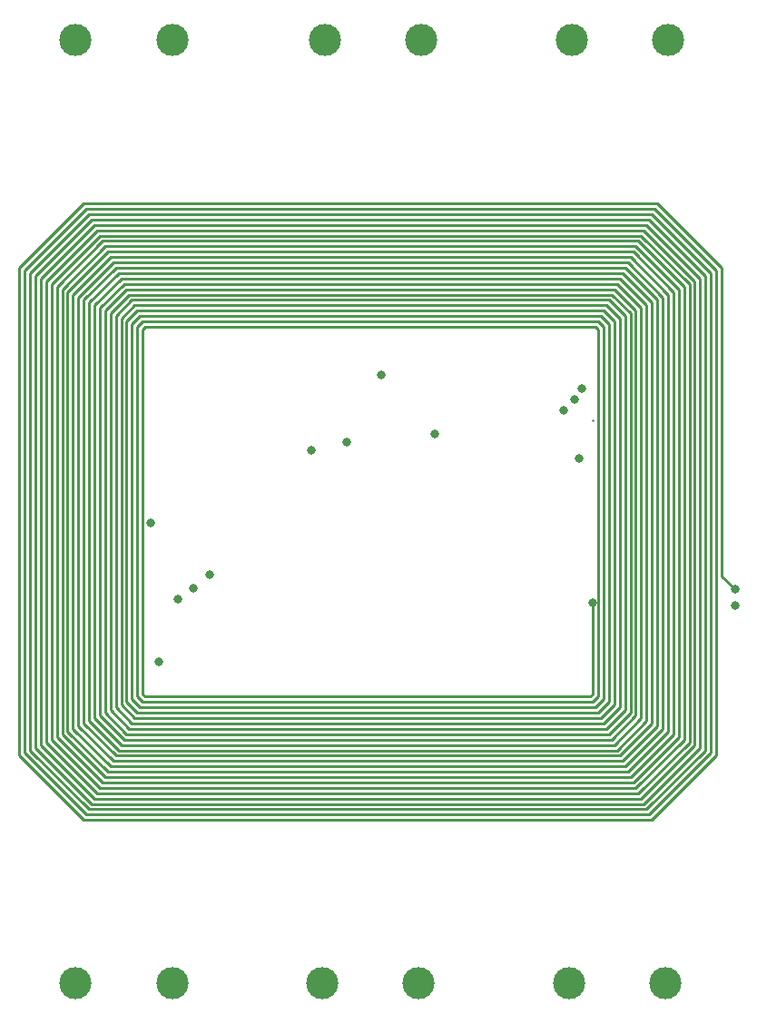
<source format=gbr>
%TF.GenerationSoftware,KiCad,Pcbnew,(5.1.10)-1*%
%TF.CreationDate,2022-05-08T17:12:19-07:00*%
%TF.ProjectId,solar-panel-side-XY,736f6c61-722d-4706-916e-656c2d736964,1.0*%
%TF.SameCoordinates,Original*%
%TF.FileFunction,Copper,L3,Inr*%
%TF.FilePolarity,Positive*%
%FSLAX46Y46*%
G04 Gerber Fmt 4.6, Leading zero omitted, Abs format (unit mm)*
G04 Created by KiCad (PCBNEW (5.1.10)-1) date 2022-05-08 17:12:19*
%MOMM*%
%LPD*%
G01*
G04 APERTURE LIST*
%TA.AperFunction,ComponentPad*%
%ADD10C,3.000000*%
%TD*%
%TA.AperFunction,ViaPad*%
%ADD11C,0.800000*%
%TD*%
%TA.AperFunction,Conductor*%
%ADD12C,0.250000*%
%TD*%
G04 APERTURE END LIST*
D10*
%TO.N,GND*%
%TO.C,SC6*%
X172250000Y-70750000D03*
%TO.N,Net-(SC5-Pad2)*%
X163250000Y-70750000D03*
%TD*%
%TO.N,Net-(SC5-Pad2)*%
%TO.C,SC5*%
X163000000Y-158750000D03*
%TO.N,Net-(D3-Pad2)*%
X172000000Y-158750000D03*
%TD*%
%TO.N,GND*%
%TO.C,SC4*%
X149250000Y-70750000D03*
%TO.N,Net-(SC3-Pad2)*%
X140250000Y-70750000D03*
%TD*%
%TO.N,Net-(SC3-Pad2)*%
%TO.C,SC3*%
X140000000Y-158750000D03*
%TO.N,Net-(D2-Pad2)*%
X149000000Y-158750000D03*
%TD*%
%TO.N,GND*%
%TO.C,SC2*%
X126000000Y-70750000D03*
%TO.N,Net-(SC1-Pad2)*%
X117000000Y-70750000D03*
%TD*%
%TO.N,Net-(SC1-Pad2)*%
%TO.C,SC1*%
X117000000Y-158750000D03*
%TO.N,Net-(D1-Pad2)*%
X126000000Y-158750000D03*
%TD*%
D11*
%TO.N,GND*%
X124000000Y-115750000D03*
X164000000Y-109750000D03*
X145500000Y-102000000D03*
%TO.N,+3V3*%
X164250000Y-103250000D03*
X150500000Y-107500000D03*
X126500000Y-122894997D03*
%TO.N,VSOLAR*%
X124750000Y-128750000D03*
%TO.N,SDA*%
X162500000Y-105250000D03*
X139000000Y-109000000D03*
X129500000Y-120644998D03*
%TO.N,SCL*%
X163500000Y-104250000D03*
X142250000Y-108250000D03*
X128000000Y-121894996D03*
%TO.N,Net-(U2-Pad6)*%
X165250000Y-123250000D03*
X178500000Y-122000000D03*
X178500000Y-123500000D03*
%TD*%
D12*
%TO.N,*%
X165250000Y-106250000D02*
X165250000Y-106250000D01*
%TO.N,Net-(U2-Pad6)*%
X165750000Y-97750000D02*
X165500000Y-97500000D01*
X121750000Y-132500000D02*
X122750000Y-133500000D01*
X166500000Y-95500000D02*
X122500000Y-95500000D01*
X165500000Y-97500000D02*
X123500000Y-97500000D01*
X167750000Y-96750000D02*
X166500000Y-95500000D01*
X121750000Y-97000000D02*
X121750000Y-132500000D01*
X122250000Y-132250000D02*
X123000000Y-133000000D01*
X165250000Y-131750000D02*
X165000000Y-132000000D01*
X121250000Y-96750000D02*
X121250000Y-132750000D01*
X123000000Y-133000000D02*
X165500000Y-133000000D01*
X123500000Y-132000000D02*
X123250000Y-131750000D01*
X166750000Y-97250000D02*
X166000000Y-96500000D01*
X167750000Y-133000000D02*
X167750000Y-96750000D01*
X119250000Y-140500000D02*
X169250000Y-140500000D01*
X123500000Y-132000000D02*
X165000000Y-132000000D01*
X166250000Y-132250000D02*
X166250000Y-97500000D01*
X122250000Y-97250000D02*
X122250000Y-132250000D01*
X165750000Y-97000000D02*
X123250000Y-97000000D01*
X123250000Y-97750000D02*
X123250000Y-131750000D01*
X165750000Y-132000000D02*
X165750000Y-97750000D01*
X165250000Y-132500000D02*
X165750000Y-132000000D01*
X165750000Y-133500000D02*
X166750000Y-132500000D01*
X166000000Y-96500000D02*
X123000000Y-96500000D01*
X122750000Y-96000000D02*
X121750000Y-97000000D01*
X123250000Y-132500000D02*
X165250000Y-132500000D01*
X122750000Y-97500000D02*
X122750000Y-132000000D01*
X122750000Y-132000000D02*
X123250000Y-132500000D01*
X123250000Y-97000000D02*
X122750000Y-97500000D01*
X168750000Y-96250000D02*
X167000000Y-94500000D01*
X166750000Y-132500000D02*
X166750000Y-97250000D01*
X166250000Y-97500000D02*
X165750000Y-97000000D01*
X123500000Y-97500000D02*
X123250000Y-97750000D01*
X165500000Y-133000000D02*
X166250000Y-132250000D01*
X122750000Y-133500000D02*
X165750000Y-133500000D01*
X122250000Y-134500000D02*
X166250000Y-134500000D01*
X123000000Y-96500000D02*
X122250000Y-97250000D01*
X121250000Y-132750000D02*
X122500000Y-134000000D01*
X168250000Y-96500000D02*
X166750000Y-95000000D01*
X167250000Y-97000000D02*
X166250000Y-96000000D01*
X167000000Y-136000000D02*
X169250000Y-133750000D01*
X113750000Y-93000000D02*
X113750000Y-136500000D01*
X167750000Y-137500000D02*
X170750000Y-134500000D01*
X169250000Y-96000000D02*
X167250000Y-94000000D01*
X118000000Y-86500000D02*
X112250000Y-92250000D01*
X174750000Y-93250000D02*
X170000000Y-88500000D01*
X173750000Y-93750000D02*
X169500000Y-89500000D01*
X170000000Y-142000000D02*
X175250000Y-136750000D01*
X113750000Y-136500000D02*
X118750000Y-141500000D01*
X170250000Y-88000000D02*
X118750000Y-88000000D01*
X120250000Y-96250000D02*
X120250000Y-133250000D01*
X114750000Y-136000000D02*
X119250000Y-140500000D01*
X120750000Y-133000000D02*
X122250000Y-134500000D01*
X167250000Y-132750000D02*
X167250000Y-97000000D01*
X122000000Y-135000000D02*
X166500000Y-135000000D01*
X121750000Y-135500000D02*
X166750000Y-135500000D01*
X118250000Y-87000000D02*
X112750000Y-92500000D01*
X169500000Y-141000000D02*
X174250000Y-136250000D01*
X166750000Y-95000000D02*
X122250000Y-95000000D01*
X119000000Y-141000000D02*
X169500000Y-141000000D01*
X175250000Y-93000000D02*
X170250000Y-88000000D01*
X166250000Y-134500000D02*
X167750000Y-133000000D01*
X112750000Y-92500000D02*
X112750000Y-137000000D01*
X167750000Y-93000000D02*
X121250000Y-93000000D01*
X169750000Y-134000000D02*
X169750000Y-95750000D01*
X168750000Y-133500000D02*
X168750000Y-96250000D01*
X170000000Y-88500000D02*
X119000000Y-88500000D01*
X118500000Y-142000000D02*
X170000000Y-142000000D01*
X118750000Y-88000000D02*
X113750000Y-93000000D01*
X119250000Y-89000000D02*
X114750000Y-93500000D01*
X170750000Y-134500000D02*
X170750000Y-95250000D01*
X114250000Y-93250000D02*
X114250000Y-136250000D01*
X122250000Y-95000000D02*
X120750000Y-96500000D01*
X120250000Y-133250000D02*
X122000000Y-135000000D01*
X112250000Y-137250000D02*
X118000000Y-143000000D01*
X174250000Y-136250000D02*
X174250000Y-93500000D01*
X169750000Y-89000000D02*
X119250000Y-89000000D01*
X122500000Y-95500000D02*
X121250000Y-96750000D01*
X118750000Y-141500000D02*
X169750000Y-141500000D01*
X166000000Y-134000000D02*
X167250000Y-132750000D01*
X167250000Y-94000000D02*
X121750000Y-94000000D01*
X174250000Y-93500000D02*
X169750000Y-89000000D01*
X121750000Y-94000000D02*
X119750000Y-96000000D01*
X122000000Y-94500000D02*
X120250000Y-96250000D01*
X122500000Y-134000000D02*
X166000000Y-134000000D01*
X170750000Y-95250000D02*
X168000000Y-92500000D01*
X169250000Y-133750000D02*
X169250000Y-96000000D01*
X166750000Y-135500000D02*
X168750000Y-133500000D01*
X175250000Y-136750000D02*
X175250000Y-93000000D01*
X166250000Y-96000000D02*
X122750000Y-96000000D01*
X114750000Y-93500000D02*
X114750000Y-136000000D01*
X167000000Y-94500000D02*
X122000000Y-94500000D01*
X166500000Y-135000000D02*
X168250000Y-133250000D01*
X119750000Y-96000000D02*
X119750000Y-133500000D01*
X120750000Y-96500000D02*
X120750000Y-133000000D01*
X171250000Y-86000000D02*
X117750000Y-86000000D01*
X168250000Y-133250000D02*
X168250000Y-96500000D01*
X169250000Y-140500000D02*
X173750000Y-136000000D01*
X119750000Y-133500000D02*
X121750000Y-135500000D01*
X167500000Y-137000000D02*
X170250000Y-134250000D01*
X112750000Y-137000000D02*
X118250000Y-142500000D01*
X112250000Y-92250000D02*
X112250000Y-137250000D01*
X173250000Y-135750000D02*
X173250000Y-94000000D01*
X174750000Y-136500000D02*
X174750000Y-93250000D01*
X119500000Y-140000000D02*
X169000000Y-140000000D01*
X121250000Y-93000000D02*
X118750000Y-95500000D01*
X170750000Y-143500000D02*
X176750000Y-137500000D01*
X121250000Y-136500000D02*
X167250000Y-136500000D01*
X119000000Y-88500000D02*
X114250000Y-93250000D01*
X169000000Y-140000000D02*
X173250000Y-135750000D01*
X173250000Y-94000000D02*
X169250000Y-90000000D01*
X121500000Y-93500000D02*
X119250000Y-95750000D01*
X114250000Y-136250000D02*
X119000000Y-141000000D01*
X121000000Y-137000000D02*
X167500000Y-137000000D01*
X167250000Y-136500000D02*
X169750000Y-134000000D01*
X169500000Y-89500000D02*
X119500000Y-89500000D01*
X176250000Y-137250000D02*
X176250000Y-92500000D01*
X176750000Y-137500000D02*
X176750000Y-92250000D01*
X170250000Y-95500000D02*
X167750000Y-93000000D01*
X118500000Y-87500000D02*
X113250000Y-92750000D01*
X111750000Y-92000000D02*
X111750000Y-137500000D01*
X175750000Y-92750000D02*
X170500000Y-87500000D01*
X115250000Y-93750000D02*
X115250000Y-135750000D01*
X117750000Y-86000000D02*
X111750000Y-92000000D01*
X173750000Y-136000000D02*
X173750000Y-93750000D01*
X169750000Y-141500000D02*
X174750000Y-136500000D01*
X118000000Y-143000000D02*
X170500000Y-143000000D01*
X111750000Y-137500000D02*
X117750000Y-143500000D01*
X170250000Y-142500000D02*
X175750000Y-137000000D01*
X113250000Y-136750000D02*
X118500000Y-142000000D01*
X115250000Y-135750000D02*
X119500000Y-140000000D01*
X171000000Y-86500000D02*
X118000000Y-86500000D01*
X170500000Y-87500000D02*
X118500000Y-87500000D01*
X175750000Y-137000000D02*
X175750000Y-92750000D01*
X119500000Y-89500000D02*
X115250000Y-93750000D01*
X117250000Y-94750000D02*
X117250000Y-134750000D01*
X171250000Y-134750000D02*
X171250000Y-95000000D01*
X113250000Y-92750000D02*
X113250000Y-136750000D01*
X118250000Y-134250000D02*
X121000000Y-137000000D01*
X116250000Y-94250000D02*
X116250000Y-135250000D01*
X168250000Y-138500000D02*
X171750000Y-135000000D01*
X169750000Y-95750000D02*
X167500000Y-93500000D01*
X119750000Y-139500000D02*
X168750000Y-139500000D01*
X172250000Y-94500000D02*
X168750000Y-91000000D01*
X177250000Y-92000000D02*
X171250000Y-86000000D01*
X117250000Y-134750000D02*
X120500000Y-138000000D01*
X172250000Y-135250000D02*
X172250000Y-94500000D01*
X171750000Y-94750000D02*
X168500000Y-91500000D01*
X120250000Y-91000000D02*
X116750000Y-94500000D01*
X120000000Y-139000000D02*
X168500000Y-139000000D01*
X170750000Y-87000000D02*
X118250000Y-87000000D01*
X168500000Y-139000000D02*
X172250000Y-135250000D01*
X121500000Y-136000000D02*
X167000000Y-136000000D01*
X168750000Y-91000000D02*
X120250000Y-91000000D01*
X168000000Y-138000000D02*
X171250000Y-134750000D01*
X176250000Y-92500000D02*
X170750000Y-87000000D01*
X167500000Y-93500000D02*
X121500000Y-93500000D01*
X118750000Y-134000000D02*
X121250000Y-136500000D01*
X120750000Y-92000000D02*
X117750000Y-95000000D01*
X115750000Y-135500000D02*
X119750000Y-139500000D01*
X120000000Y-90500000D02*
X116250000Y-94250000D01*
X172750000Y-135500000D02*
X172750000Y-94250000D01*
X121000000Y-92500000D02*
X118250000Y-95250000D01*
X169000000Y-90500000D02*
X120000000Y-90500000D01*
X120750000Y-137500000D02*
X167750000Y-137500000D01*
X119750000Y-90000000D02*
X115750000Y-94000000D01*
X172750000Y-94250000D02*
X169000000Y-90500000D01*
X120500000Y-91500000D02*
X117250000Y-94750000D01*
X120500000Y-138000000D02*
X168000000Y-138000000D01*
X115750000Y-94000000D02*
X115750000Y-135500000D01*
X116250000Y-135250000D02*
X120000000Y-139000000D01*
X176750000Y-92250000D02*
X171000000Y-86500000D01*
X119250000Y-133750000D02*
X121500000Y-136000000D01*
X171750000Y-135000000D02*
X171750000Y-94750000D01*
X118250000Y-142500000D02*
X170250000Y-142500000D01*
X119250000Y-95750000D02*
X119250000Y-133750000D01*
X168750000Y-139500000D02*
X172750000Y-135500000D01*
X168250000Y-92000000D02*
X120750000Y-92000000D01*
X117750000Y-95000000D02*
X117750000Y-134500000D01*
X168000000Y-92500000D02*
X121000000Y-92500000D01*
X118750000Y-95500000D02*
X118750000Y-134000000D01*
X118250000Y-95250000D02*
X118250000Y-134250000D01*
X169250000Y-90000000D02*
X119750000Y-90000000D01*
X171250000Y-95000000D02*
X168250000Y-92000000D01*
X117750000Y-134500000D02*
X120750000Y-137500000D01*
X116750000Y-94500000D02*
X116750000Y-135000000D01*
X168500000Y-91500000D02*
X120500000Y-91500000D01*
X117750000Y-143500000D02*
X170750000Y-143500000D01*
X116750000Y-135000000D02*
X120250000Y-138500000D01*
X170250000Y-134250000D02*
X170250000Y-95500000D01*
X120250000Y-138500000D02*
X168250000Y-138500000D01*
X170500000Y-143000000D02*
X176250000Y-137250000D01*
X165250000Y-131750000D02*
X165250000Y-123250000D01*
X177250000Y-113250000D02*
X177250000Y-113000000D01*
X177250000Y-113000000D02*
X177250000Y-92000000D01*
X177250000Y-113000000D02*
X177250000Y-119500000D01*
X177250000Y-119500000D02*
X177250000Y-120750000D01*
X177250000Y-120750000D02*
X178500000Y-122000000D01*
X178500000Y-122000000D02*
X178500000Y-122000000D01*
%TD*%
M02*

</source>
